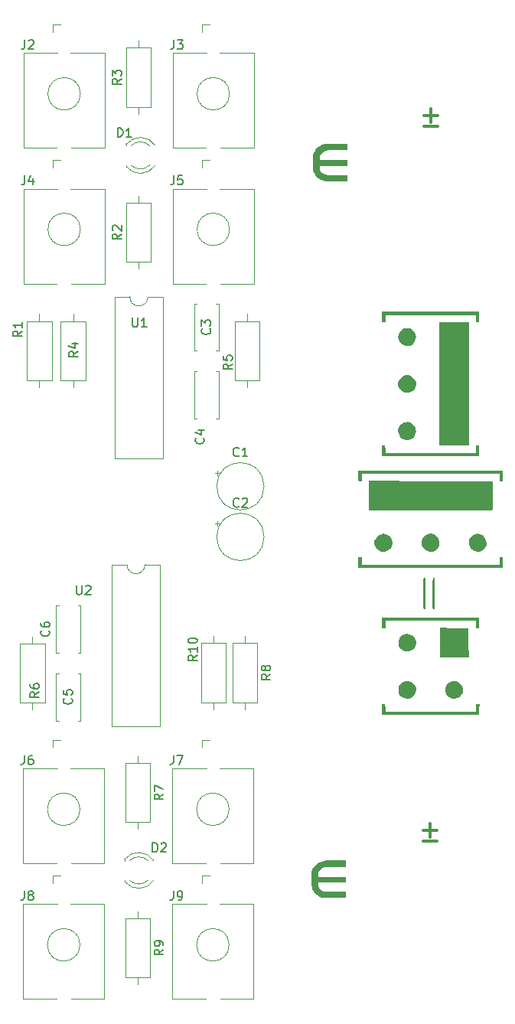
<source format=gbr>
%TF.GenerationSoftware,KiCad,Pcbnew,8.0.7*%
%TF.CreationDate,2025-01-06T00:46:59+00:00*%
%TF.ProjectId,multbuf,6d756c74-6275-4662-9e6b-696361645f70,rev?*%
%TF.SameCoordinates,Original*%
%TF.FileFunction,Legend,Top*%
%TF.FilePolarity,Positive*%
%FSLAX46Y46*%
G04 Gerber Fmt 4.6, Leading zero omitted, Abs format (unit mm)*
G04 Created by KiCad (PCBNEW 8.0.7) date 2025-01-06 00:46:59*
%MOMM*%
%LPD*%
G01*
G04 APERTURE LIST*
%ADD10C,0.100000*%
%ADD11C,0.300000*%
%ADD12C,0.150000*%
%ADD13C,0.000000*%
%ADD14C,0.120000*%
G04 APERTURE END LIST*
D10*
G36*
X83278227Y-141551053D02*
G01*
X83020799Y-141535114D01*
X82778827Y-141487297D01*
X82528096Y-141396780D01*
X82433147Y-141349553D01*
X82215379Y-141209185D01*
X82027665Y-141039956D01*
X81870005Y-140841866D01*
X81842079Y-140798785D01*
X81727447Y-140569116D01*
X81655271Y-140318218D01*
X81626613Y-140074261D01*
X81624703Y-139989120D01*
X81624703Y-138970628D01*
X81641898Y-138721035D01*
X81701336Y-138464103D01*
X81803232Y-138228637D01*
X81842079Y-138162184D01*
X81993729Y-137957678D01*
X82175432Y-137782272D01*
X82387189Y-137635964D01*
X82433147Y-137610195D01*
X82676245Y-137503935D01*
X82938424Y-137437031D01*
X83190700Y-137410466D01*
X83278227Y-137408695D01*
X85423900Y-137408695D01*
X85423900Y-138112114D01*
X83278227Y-138112114D01*
X83032152Y-138143560D01*
X82814166Y-138237899D01*
X82622292Y-138394982D01*
X82494207Y-138572512D01*
X82403684Y-138806799D01*
X82378192Y-139034131D01*
X82378192Y-139206322D01*
X85423900Y-139206322D01*
X85423900Y-139831584D01*
X82378192Y-139831584D01*
X82378192Y-139991563D01*
X82414900Y-140242594D01*
X82494207Y-140420209D01*
X82652546Y-140613323D01*
X82814166Y-140730397D01*
X83046709Y-140821874D01*
X83278227Y-140847634D01*
X85423900Y-140847634D01*
X85423900Y-141551053D01*
X83278227Y-141551053D01*
G37*
G36*
X83438227Y-62261053D02*
G01*
X83180799Y-62245114D01*
X82938827Y-62197297D01*
X82688096Y-62106780D01*
X82593147Y-62059553D01*
X82375379Y-61919185D01*
X82187665Y-61749956D01*
X82030005Y-61551866D01*
X82002079Y-61508785D01*
X81887447Y-61279116D01*
X81815271Y-61028218D01*
X81786613Y-60784261D01*
X81784703Y-60699120D01*
X81784703Y-59680628D01*
X81801898Y-59431035D01*
X81861336Y-59174103D01*
X81963232Y-58938637D01*
X82002079Y-58872184D01*
X82153729Y-58667678D01*
X82335432Y-58492272D01*
X82547189Y-58345964D01*
X82593147Y-58320195D01*
X82836245Y-58213935D01*
X83098424Y-58147031D01*
X83350700Y-58120466D01*
X83438227Y-58118695D01*
X85583900Y-58118695D01*
X85583900Y-58822114D01*
X83438227Y-58822114D01*
X83192152Y-58853560D01*
X82974166Y-58947899D01*
X82782292Y-59104982D01*
X82654207Y-59282512D01*
X82563684Y-59516799D01*
X82538192Y-59744131D01*
X82538192Y-59916322D01*
X85583900Y-59916322D01*
X85583900Y-60541584D01*
X82538192Y-60541584D01*
X82538192Y-60701563D01*
X82574900Y-60952594D01*
X82654207Y-61130209D01*
X82812546Y-61323323D01*
X82974166Y-61440397D01*
X83206709Y-61531874D01*
X83438227Y-61557634D01*
X85583900Y-61557634D01*
X85583900Y-62261053D01*
X83438227Y-62261053D01*
G37*
D11*
X93993558Y-134096780D02*
X95517368Y-134096780D01*
X94755463Y-134858685D02*
X94755463Y-133334876D01*
X95517368Y-135239638D02*
X93993558Y-135239638D01*
X94073558Y-54996780D02*
X95597368Y-54996780D01*
X94835463Y-55758685D02*
X94835463Y-54234876D01*
X95597368Y-56139638D02*
X94073558Y-56139638D01*
D12*
X55059580Y-119466666D02*
X55107200Y-119514285D01*
X55107200Y-119514285D02*
X55154819Y-119657142D01*
X55154819Y-119657142D02*
X55154819Y-119752380D01*
X55154819Y-119752380D02*
X55107200Y-119895237D01*
X55107200Y-119895237D02*
X55011961Y-119990475D01*
X55011961Y-119990475D02*
X54916723Y-120038094D01*
X54916723Y-120038094D02*
X54726247Y-120085713D01*
X54726247Y-120085713D02*
X54583390Y-120085713D01*
X54583390Y-120085713D02*
X54392914Y-120038094D01*
X54392914Y-120038094D02*
X54297676Y-119990475D01*
X54297676Y-119990475D02*
X54202438Y-119895237D01*
X54202438Y-119895237D02*
X54154819Y-119752380D01*
X54154819Y-119752380D02*
X54154819Y-119657142D01*
X54154819Y-119657142D02*
X54202438Y-119514285D01*
X54202438Y-119514285D02*
X54250057Y-119466666D01*
X54154819Y-118561904D02*
X54154819Y-119038094D01*
X54154819Y-119038094D02*
X54631009Y-119085713D01*
X54631009Y-119085713D02*
X54583390Y-119038094D01*
X54583390Y-119038094D02*
X54535771Y-118942856D01*
X54535771Y-118942856D02*
X54535771Y-118704761D01*
X54535771Y-118704761D02*
X54583390Y-118609523D01*
X54583390Y-118609523D02*
X54631009Y-118561904D01*
X54631009Y-118561904D02*
X54726247Y-118514285D01*
X54726247Y-118514285D02*
X54964342Y-118514285D01*
X54964342Y-118514285D02*
X55059580Y-118561904D01*
X55059580Y-118561904D02*
X55107200Y-118609523D01*
X55107200Y-118609523D02*
X55154819Y-118704761D01*
X55154819Y-118704761D02*
X55154819Y-118942856D01*
X55154819Y-118942856D02*
X55107200Y-119038094D01*
X55107200Y-119038094D02*
X55059580Y-119085713D01*
X61808095Y-77369819D02*
X61808095Y-78179342D01*
X61808095Y-78179342D02*
X61855714Y-78274580D01*
X61855714Y-78274580D02*
X61903333Y-78322200D01*
X61903333Y-78322200D02*
X61998571Y-78369819D01*
X61998571Y-78369819D02*
X62189047Y-78369819D01*
X62189047Y-78369819D02*
X62284285Y-78322200D01*
X62284285Y-78322200D02*
X62331904Y-78274580D01*
X62331904Y-78274580D02*
X62379523Y-78179342D01*
X62379523Y-78179342D02*
X62379523Y-77369819D01*
X63379523Y-78369819D02*
X62808095Y-78369819D01*
X63093809Y-78369819D02*
X63093809Y-77369819D01*
X63093809Y-77369819D02*
X62998571Y-77512676D01*
X62998571Y-77512676D02*
X62903333Y-77607914D01*
X62903333Y-77607914D02*
X62808095Y-77655533D01*
X49836666Y-125784819D02*
X49836666Y-126499104D01*
X49836666Y-126499104D02*
X49789047Y-126641961D01*
X49789047Y-126641961D02*
X49693809Y-126737200D01*
X49693809Y-126737200D02*
X49550952Y-126784819D01*
X49550952Y-126784819D02*
X49455714Y-126784819D01*
X50741428Y-125784819D02*
X50550952Y-125784819D01*
X50550952Y-125784819D02*
X50455714Y-125832438D01*
X50455714Y-125832438D02*
X50408095Y-125880057D01*
X50408095Y-125880057D02*
X50312857Y-126022914D01*
X50312857Y-126022914D02*
X50265238Y-126213390D01*
X50265238Y-126213390D02*
X50265238Y-126594342D01*
X50265238Y-126594342D02*
X50312857Y-126689580D01*
X50312857Y-126689580D02*
X50360476Y-126737200D01*
X50360476Y-126737200D02*
X50455714Y-126784819D01*
X50455714Y-126784819D02*
X50646190Y-126784819D01*
X50646190Y-126784819D02*
X50741428Y-126737200D01*
X50741428Y-126737200D02*
X50789047Y-126689580D01*
X50789047Y-126689580D02*
X50836666Y-126594342D01*
X50836666Y-126594342D02*
X50836666Y-126356247D01*
X50836666Y-126356247D02*
X50789047Y-126261009D01*
X50789047Y-126261009D02*
X50741428Y-126213390D01*
X50741428Y-126213390D02*
X50646190Y-126165771D01*
X50646190Y-126165771D02*
X50455714Y-126165771D01*
X50455714Y-126165771D02*
X50360476Y-126213390D01*
X50360476Y-126213390D02*
X50312857Y-126261009D01*
X50312857Y-126261009D02*
X50265238Y-126356247D01*
X51454819Y-118766666D02*
X50978628Y-119099999D01*
X51454819Y-119338094D02*
X50454819Y-119338094D01*
X50454819Y-119338094D02*
X50454819Y-118957142D01*
X50454819Y-118957142D02*
X50502438Y-118861904D01*
X50502438Y-118861904D02*
X50550057Y-118814285D01*
X50550057Y-118814285D02*
X50645295Y-118766666D01*
X50645295Y-118766666D02*
X50788152Y-118766666D01*
X50788152Y-118766666D02*
X50883390Y-118814285D01*
X50883390Y-118814285D02*
X50931009Y-118861904D01*
X50931009Y-118861904D02*
X50978628Y-118957142D01*
X50978628Y-118957142D02*
X50978628Y-119338094D01*
X50454819Y-117909523D02*
X50454819Y-118099999D01*
X50454819Y-118099999D02*
X50502438Y-118195237D01*
X50502438Y-118195237D02*
X50550057Y-118242856D01*
X50550057Y-118242856D02*
X50692914Y-118338094D01*
X50692914Y-118338094D02*
X50883390Y-118385713D01*
X50883390Y-118385713D02*
X51264342Y-118385713D01*
X51264342Y-118385713D02*
X51359580Y-118338094D01*
X51359580Y-118338094D02*
X51407200Y-118290475D01*
X51407200Y-118290475D02*
X51454819Y-118195237D01*
X51454819Y-118195237D02*
X51454819Y-118004761D01*
X51454819Y-118004761D02*
X51407200Y-117909523D01*
X51407200Y-117909523D02*
X51359580Y-117861904D01*
X51359580Y-117861904D02*
X51264342Y-117814285D01*
X51264342Y-117814285D02*
X51026247Y-117814285D01*
X51026247Y-117814285D02*
X50931009Y-117861904D01*
X50931009Y-117861904D02*
X50883390Y-117909523D01*
X50883390Y-117909523D02*
X50835771Y-118004761D01*
X50835771Y-118004761D02*
X50835771Y-118195237D01*
X50835771Y-118195237D02*
X50883390Y-118290475D01*
X50883390Y-118290475D02*
X50931009Y-118338094D01*
X50931009Y-118338094D02*
X51026247Y-118385713D01*
X66336666Y-140784819D02*
X66336666Y-141499104D01*
X66336666Y-141499104D02*
X66289047Y-141641961D01*
X66289047Y-141641961D02*
X66193809Y-141737200D01*
X66193809Y-141737200D02*
X66050952Y-141784819D01*
X66050952Y-141784819D02*
X65955714Y-141784819D01*
X66860476Y-141784819D02*
X67050952Y-141784819D01*
X67050952Y-141784819D02*
X67146190Y-141737200D01*
X67146190Y-141737200D02*
X67193809Y-141689580D01*
X67193809Y-141689580D02*
X67289047Y-141546723D01*
X67289047Y-141546723D02*
X67336666Y-141356247D01*
X67336666Y-141356247D02*
X67336666Y-140975295D01*
X67336666Y-140975295D02*
X67289047Y-140880057D01*
X67289047Y-140880057D02*
X67241428Y-140832438D01*
X67241428Y-140832438D02*
X67146190Y-140784819D01*
X67146190Y-140784819D02*
X66955714Y-140784819D01*
X66955714Y-140784819D02*
X66860476Y-140832438D01*
X66860476Y-140832438D02*
X66812857Y-140880057D01*
X66812857Y-140880057D02*
X66765238Y-140975295D01*
X66765238Y-140975295D02*
X66765238Y-141213390D01*
X66765238Y-141213390D02*
X66812857Y-141308628D01*
X66812857Y-141308628D02*
X66860476Y-141356247D01*
X66860476Y-141356247D02*
X66955714Y-141403866D01*
X66955714Y-141403866D02*
X67146190Y-141403866D01*
X67146190Y-141403866D02*
X67241428Y-141356247D01*
X67241428Y-141356247D02*
X67289047Y-141308628D01*
X67289047Y-141308628D02*
X67336666Y-141213390D01*
X66336666Y-125784819D02*
X66336666Y-126499104D01*
X66336666Y-126499104D02*
X66289047Y-126641961D01*
X66289047Y-126641961D02*
X66193809Y-126737200D01*
X66193809Y-126737200D02*
X66050952Y-126784819D01*
X66050952Y-126784819D02*
X65955714Y-126784819D01*
X66717619Y-125784819D02*
X67384285Y-125784819D01*
X67384285Y-125784819D02*
X66955714Y-126784819D01*
X49836666Y-140784819D02*
X49836666Y-141499104D01*
X49836666Y-141499104D02*
X49789047Y-141641961D01*
X49789047Y-141641961D02*
X49693809Y-141737200D01*
X49693809Y-141737200D02*
X49550952Y-141784819D01*
X49550952Y-141784819D02*
X49455714Y-141784819D01*
X50455714Y-141213390D02*
X50360476Y-141165771D01*
X50360476Y-141165771D02*
X50312857Y-141118152D01*
X50312857Y-141118152D02*
X50265238Y-141022914D01*
X50265238Y-141022914D02*
X50265238Y-140975295D01*
X50265238Y-140975295D02*
X50312857Y-140880057D01*
X50312857Y-140880057D02*
X50360476Y-140832438D01*
X50360476Y-140832438D02*
X50455714Y-140784819D01*
X50455714Y-140784819D02*
X50646190Y-140784819D01*
X50646190Y-140784819D02*
X50741428Y-140832438D01*
X50741428Y-140832438D02*
X50789047Y-140880057D01*
X50789047Y-140880057D02*
X50836666Y-140975295D01*
X50836666Y-140975295D02*
X50836666Y-141022914D01*
X50836666Y-141022914D02*
X50789047Y-141118152D01*
X50789047Y-141118152D02*
X50741428Y-141165771D01*
X50741428Y-141165771D02*
X50646190Y-141213390D01*
X50646190Y-141213390D02*
X50455714Y-141213390D01*
X50455714Y-141213390D02*
X50360476Y-141261009D01*
X50360476Y-141261009D02*
X50312857Y-141308628D01*
X50312857Y-141308628D02*
X50265238Y-141403866D01*
X50265238Y-141403866D02*
X50265238Y-141594342D01*
X50265238Y-141594342D02*
X50312857Y-141689580D01*
X50312857Y-141689580D02*
X50360476Y-141737200D01*
X50360476Y-141737200D02*
X50455714Y-141784819D01*
X50455714Y-141784819D02*
X50646190Y-141784819D01*
X50646190Y-141784819D02*
X50741428Y-141737200D01*
X50741428Y-141737200D02*
X50789047Y-141689580D01*
X50789047Y-141689580D02*
X50836666Y-141594342D01*
X50836666Y-141594342D02*
X50836666Y-141403866D01*
X50836666Y-141403866D02*
X50789047Y-141308628D01*
X50789047Y-141308628D02*
X50741428Y-141261009D01*
X50741428Y-141261009D02*
X50646190Y-141213390D01*
X73583333Y-92609580D02*
X73535714Y-92657200D01*
X73535714Y-92657200D02*
X73392857Y-92704819D01*
X73392857Y-92704819D02*
X73297619Y-92704819D01*
X73297619Y-92704819D02*
X73154762Y-92657200D01*
X73154762Y-92657200D02*
X73059524Y-92561961D01*
X73059524Y-92561961D02*
X73011905Y-92466723D01*
X73011905Y-92466723D02*
X72964286Y-92276247D01*
X72964286Y-92276247D02*
X72964286Y-92133390D01*
X72964286Y-92133390D02*
X73011905Y-91942914D01*
X73011905Y-91942914D02*
X73059524Y-91847676D01*
X73059524Y-91847676D02*
X73154762Y-91752438D01*
X73154762Y-91752438D02*
X73297619Y-91704819D01*
X73297619Y-91704819D02*
X73392857Y-91704819D01*
X73392857Y-91704819D02*
X73535714Y-91752438D01*
X73535714Y-91752438D02*
X73583333Y-91800057D01*
X74535714Y-92704819D02*
X73964286Y-92704819D01*
X74250000Y-92704819D02*
X74250000Y-91704819D01*
X74250000Y-91704819D02*
X74154762Y-91847676D01*
X74154762Y-91847676D02*
X74059524Y-91942914D01*
X74059524Y-91942914D02*
X73964286Y-91990533D01*
X64031905Y-136454819D02*
X64031905Y-135454819D01*
X64031905Y-135454819D02*
X64270000Y-135454819D01*
X64270000Y-135454819D02*
X64412857Y-135502438D01*
X64412857Y-135502438D02*
X64508095Y-135597676D01*
X64508095Y-135597676D02*
X64555714Y-135692914D01*
X64555714Y-135692914D02*
X64603333Y-135883390D01*
X64603333Y-135883390D02*
X64603333Y-136026247D01*
X64603333Y-136026247D02*
X64555714Y-136216723D01*
X64555714Y-136216723D02*
X64508095Y-136311961D01*
X64508095Y-136311961D02*
X64412857Y-136407200D01*
X64412857Y-136407200D02*
X64270000Y-136454819D01*
X64270000Y-136454819D02*
X64031905Y-136454819D01*
X64984286Y-135550057D02*
X65031905Y-135502438D01*
X65031905Y-135502438D02*
X65127143Y-135454819D01*
X65127143Y-135454819D02*
X65365238Y-135454819D01*
X65365238Y-135454819D02*
X65460476Y-135502438D01*
X65460476Y-135502438D02*
X65508095Y-135550057D01*
X65508095Y-135550057D02*
X65555714Y-135645295D01*
X65555714Y-135645295D02*
X65555714Y-135740533D01*
X65555714Y-135740533D02*
X65508095Y-135883390D01*
X65508095Y-135883390D02*
X64936667Y-136454819D01*
X64936667Y-136454819D02*
X65555714Y-136454819D01*
X66386666Y-46634819D02*
X66386666Y-47349104D01*
X66386666Y-47349104D02*
X66339047Y-47491961D01*
X66339047Y-47491961D02*
X66243809Y-47587200D01*
X66243809Y-47587200D02*
X66100952Y-47634819D01*
X66100952Y-47634819D02*
X66005714Y-47634819D01*
X66767619Y-46634819D02*
X67386666Y-46634819D01*
X67386666Y-46634819D02*
X67053333Y-47015771D01*
X67053333Y-47015771D02*
X67196190Y-47015771D01*
X67196190Y-47015771D02*
X67291428Y-47063390D01*
X67291428Y-47063390D02*
X67339047Y-47111009D01*
X67339047Y-47111009D02*
X67386666Y-47206247D01*
X67386666Y-47206247D02*
X67386666Y-47444342D01*
X67386666Y-47444342D02*
X67339047Y-47539580D01*
X67339047Y-47539580D02*
X67291428Y-47587200D01*
X67291428Y-47587200D02*
X67196190Y-47634819D01*
X67196190Y-47634819D02*
X66910476Y-47634819D01*
X66910476Y-47634819D02*
X66815238Y-47587200D01*
X66815238Y-47587200D02*
X66767619Y-47539580D01*
X69659580Y-90666666D02*
X69707200Y-90714285D01*
X69707200Y-90714285D02*
X69754819Y-90857142D01*
X69754819Y-90857142D02*
X69754819Y-90952380D01*
X69754819Y-90952380D02*
X69707200Y-91095237D01*
X69707200Y-91095237D02*
X69611961Y-91190475D01*
X69611961Y-91190475D02*
X69516723Y-91238094D01*
X69516723Y-91238094D02*
X69326247Y-91285713D01*
X69326247Y-91285713D02*
X69183390Y-91285713D01*
X69183390Y-91285713D02*
X68992914Y-91238094D01*
X68992914Y-91238094D02*
X68897676Y-91190475D01*
X68897676Y-91190475D02*
X68802438Y-91095237D01*
X68802438Y-91095237D02*
X68754819Y-90952380D01*
X68754819Y-90952380D02*
X68754819Y-90857142D01*
X68754819Y-90857142D02*
X68802438Y-90714285D01*
X68802438Y-90714285D02*
X68850057Y-90666666D01*
X69088152Y-89809523D02*
X69754819Y-89809523D01*
X68707200Y-90047618D02*
X69421485Y-90285713D01*
X69421485Y-90285713D02*
X69421485Y-89666666D01*
X68954819Y-114682857D02*
X68478628Y-115016190D01*
X68954819Y-115254285D02*
X67954819Y-115254285D01*
X67954819Y-115254285D02*
X67954819Y-114873333D01*
X67954819Y-114873333D02*
X68002438Y-114778095D01*
X68002438Y-114778095D02*
X68050057Y-114730476D01*
X68050057Y-114730476D02*
X68145295Y-114682857D01*
X68145295Y-114682857D02*
X68288152Y-114682857D01*
X68288152Y-114682857D02*
X68383390Y-114730476D01*
X68383390Y-114730476D02*
X68431009Y-114778095D01*
X68431009Y-114778095D02*
X68478628Y-114873333D01*
X68478628Y-114873333D02*
X68478628Y-115254285D01*
X68954819Y-113730476D02*
X68954819Y-114301904D01*
X68954819Y-114016190D02*
X67954819Y-114016190D01*
X67954819Y-114016190D02*
X68097676Y-114111428D01*
X68097676Y-114111428D02*
X68192914Y-114206666D01*
X68192914Y-114206666D02*
X68240533Y-114301904D01*
X67954819Y-113111428D02*
X67954819Y-113016190D01*
X67954819Y-113016190D02*
X68002438Y-112920952D01*
X68002438Y-112920952D02*
X68050057Y-112873333D01*
X68050057Y-112873333D02*
X68145295Y-112825714D01*
X68145295Y-112825714D02*
X68335771Y-112778095D01*
X68335771Y-112778095D02*
X68573866Y-112778095D01*
X68573866Y-112778095D02*
X68764342Y-112825714D01*
X68764342Y-112825714D02*
X68859580Y-112873333D01*
X68859580Y-112873333D02*
X68907200Y-112920952D01*
X68907200Y-112920952D02*
X68954819Y-113016190D01*
X68954819Y-113016190D02*
X68954819Y-113111428D01*
X68954819Y-113111428D02*
X68907200Y-113206666D01*
X68907200Y-113206666D02*
X68859580Y-113254285D01*
X68859580Y-113254285D02*
X68764342Y-113301904D01*
X68764342Y-113301904D02*
X68573866Y-113349523D01*
X68573866Y-113349523D02*
X68335771Y-113349523D01*
X68335771Y-113349523D02*
X68145295Y-113301904D01*
X68145295Y-113301904D02*
X68050057Y-113254285D01*
X68050057Y-113254285D02*
X68002438Y-113206666D01*
X68002438Y-113206666D02*
X67954819Y-113111428D01*
X66386666Y-61634819D02*
X66386666Y-62349104D01*
X66386666Y-62349104D02*
X66339047Y-62491961D01*
X66339047Y-62491961D02*
X66243809Y-62587200D01*
X66243809Y-62587200D02*
X66100952Y-62634819D01*
X66100952Y-62634819D02*
X66005714Y-62634819D01*
X67339047Y-61634819D02*
X66862857Y-61634819D01*
X66862857Y-61634819D02*
X66815238Y-62111009D01*
X66815238Y-62111009D02*
X66862857Y-62063390D01*
X66862857Y-62063390D02*
X66958095Y-62015771D01*
X66958095Y-62015771D02*
X67196190Y-62015771D01*
X67196190Y-62015771D02*
X67291428Y-62063390D01*
X67291428Y-62063390D02*
X67339047Y-62111009D01*
X67339047Y-62111009D02*
X67386666Y-62206247D01*
X67386666Y-62206247D02*
X67386666Y-62444342D01*
X67386666Y-62444342D02*
X67339047Y-62539580D01*
X67339047Y-62539580D02*
X67291428Y-62587200D01*
X67291428Y-62587200D02*
X67196190Y-62634819D01*
X67196190Y-62634819D02*
X66958095Y-62634819D01*
X66958095Y-62634819D02*
X66862857Y-62587200D01*
X66862857Y-62587200D02*
X66815238Y-62539580D01*
X60584819Y-50916666D02*
X60108628Y-51249999D01*
X60584819Y-51488094D02*
X59584819Y-51488094D01*
X59584819Y-51488094D02*
X59584819Y-51107142D01*
X59584819Y-51107142D02*
X59632438Y-51011904D01*
X59632438Y-51011904D02*
X59680057Y-50964285D01*
X59680057Y-50964285D02*
X59775295Y-50916666D01*
X59775295Y-50916666D02*
X59918152Y-50916666D01*
X59918152Y-50916666D02*
X60013390Y-50964285D01*
X60013390Y-50964285D02*
X60061009Y-51011904D01*
X60061009Y-51011904D02*
X60108628Y-51107142D01*
X60108628Y-51107142D02*
X60108628Y-51488094D01*
X59584819Y-50583332D02*
X59584819Y-49964285D01*
X59584819Y-49964285D02*
X59965771Y-50297618D01*
X59965771Y-50297618D02*
X59965771Y-50154761D01*
X59965771Y-50154761D02*
X60013390Y-50059523D01*
X60013390Y-50059523D02*
X60061009Y-50011904D01*
X60061009Y-50011904D02*
X60156247Y-49964285D01*
X60156247Y-49964285D02*
X60394342Y-49964285D01*
X60394342Y-49964285D02*
X60489580Y-50011904D01*
X60489580Y-50011904D02*
X60537200Y-50059523D01*
X60537200Y-50059523D02*
X60584819Y-50154761D01*
X60584819Y-50154761D02*
X60584819Y-50440475D01*
X60584819Y-50440475D02*
X60537200Y-50535713D01*
X60537200Y-50535713D02*
X60489580Y-50583332D01*
X65224819Y-147246666D02*
X64748628Y-147579999D01*
X65224819Y-147818094D02*
X64224819Y-147818094D01*
X64224819Y-147818094D02*
X64224819Y-147437142D01*
X64224819Y-147437142D02*
X64272438Y-147341904D01*
X64272438Y-147341904D02*
X64320057Y-147294285D01*
X64320057Y-147294285D02*
X64415295Y-147246666D01*
X64415295Y-147246666D02*
X64558152Y-147246666D01*
X64558152Y-147246666D02*
X64653390Y-147294285D01*
X64653390Y-147294285D02*
X64701009Y-147341904D01*
X64701009Y-147341904D02*
X64748628Y-147437142D01*
X64748628Y-147437142D02*
X64748628Y-147818094D01*
X65224819Y-146770475D02*
X65224819Y-146579999D01*
X65224819Y-146579999D02*
X65177200Y-146484761D01*
X65177200Y-146484761D02*
X65129580Y-146437142D01*
X65129580Y-146437142D02*
X64986723Y-146341904D01*
X64986723Y-146341904D02*
X64796247Y-146294285D01*
X64796247Y-146294285D02*
X64415295Y-146294285D01*
X64415295Y-146294285D02*
X64320057Y-146341904D01*
X64320057Y-146341904D02*
X64272438Y-146389523D01*
X64272438Y-146389523D02*
X64224819Y-146484761D01*
X64224819Y-146484761D02*
X64224819Y-146675237D01*
X64224819Y-146675237D02*
X64272438Y-146770475D01*
X64272438Y-146770475D02*
X64320057Y-146818094D01*
X64320057Y-146818094D02*
X64415295Y-146865713D01*
X64415295Y-146865713D02*
X64653390Y-146865713D01*
X64653390Y-146865713D02*
X64748628Y-146818094D01*
X64748628Y-146818094D02*
X64796247Y-146770475D01*
X64796247Y-146770475D02*
X64843866Y-146675237D01*
X64843866Y-146675237D02*
X64843866Y-146484761D01*
X64843866Y-146484761D02*
X64796247Y-146389523D01*
X64796247Y-146389523D02*
X64748628Y-146341904D01*
X64748628Y-146341904D02*
X64653390Y-146294285D01*
X52559580Y-111966666D02*
X52607200Y-112014285D01*
X52607200Y-112014285D02*
X52654819Y-112157142D01*
X52654819Y-112157142D02*
X52654819Y-112252380D01*
X52654819Y-112252380D02*
X52607200Y-112395237D01*
X52607200Y-112395237D02*
X52511961Y-112490475D01*
X52511961Y-112490475D02*
X52416723Y-112538094D01*
X52416723Y-112538094D02*
X52226247Y-112585713D01*
X52226247Y-112585713D02*
X52083390Y-112585713D01*
X52083390Y-112585713D02*
X51892914Y-112538094D01*
X51892914Y-112538094D02*
X51797676Y-112490475D01*
X51797676Y-112490475D02*
X51702438Y-112395237D01*
X51702438Y-112395237D02*
X51654819Y-112252380D01*
X51654819Y-112252380D02*
X51654819Y-112157142D01*
X51654819Y-112157142D02*
X51702438Y-112014285D01*
X51702438Y-112014285D02*
X51750057Y-111966666D01*
X51654819Y-111109523D02*
X51654819Y-111299999D01*
X51654819Y-111299999D02*
X51702438Y-111395237D01*
X51702438Y-111395237D02*
X51750057Y-111442856D01*
X51750057Y-111442856D02*
X51892914Y-111538094D01*
X51892914Y-111538094D02*
X52083390Y-111585713D01*
X52083390Y-111585713D02*
X52464342Y-111585713D01*
X52464342Y-111585713D02*
X52559580Y-111538094D01*
X52559580Y-111538094D02*
X52607200Y-111490475D01*
X52607200Y-111490475D02*
X52654819Y-111395237D01*
X52654819Y-111395237D02*
X52654819Y-111204761D01*
X52654819Y-111204761D02*
X52607200Y-111109523D01*
X52607200Y-111109523D02*
X52559580Y-111061904D01*
X52559580Y-111061904D02*
X52464342Y-111014285D01*
X52464342Y-111014285D02*
X52226247Y-111014285D01*
X52226247Y-111014285D02*
X52131009Y-111061904D01*
X52131009Y-111061904D02*
X52083390Y-111109523D01*
X52083390Y-111109523D02*
X52035771Y-111204761D01*
X52035771Y-111204761D02*
X52035771Y-111395237D01*
X52035771Y-111395237D02*
X52083390Y-111490475D01*
X52083390Y-111490475D02*
X52131009Y-111538094D01*
X52131009Y-111538094D02*
X52226247Y-111585713D01*
X77074819Y-116786666D02*
X76598628Y-117119999D01*
X77074819Y-117358094D02*
X76074819Y-117358094D01*
X76074819Y-117358094D02*
X76074819Y-116977142D01*
X76074819Y-116977142D02*
X76122438Y-116881904D01*
X76122438Y-116881904D02*
X76170057Y-116834285D01*
X76170057Y-116834285D02*
X76265295Y-116786666D01*
X76265295Y-116786666D02*
X76408152Y-116786666D01*
X76408152Y-116786666D02*
X76503390Y-116834285D01*
X76503390Y-116834285D02*
X76551009Y-116881904D01*
X76551009Y-116881904D02*
X76598628Y-116977142D01*
X76598628Y-116977142D02*
X76598628Y-117358094D01*
X76503390Y-116215237D02*
X76455771Y-116310475D01*
X76455771Y-116310475D02*
X76408152Y-116358094D01*
X76408152Y-116358094D02*
X76312914Y-116405713D01*
X76312914Y-116405713D02*
X76265295Y-116405713D01*
X76265295Y-116405713D02*
X76170057Y-116358094D01*
X76170057Y-116358094D02*
X76122438Y-116310475D01*
X76122438Y-116310475D02*
X76074819Y-116215237D01*
X76074819Y-116215237D02*
X76074819Y-116024761D01*
X76074819Y-116024761D02*
X76122438Y-115929523D01*
X76122438Y-115929523D02*
X76170057Y-115881904D01*
X76170057Y-115881904D02*
X76265295Y-115834285D01*
X76265295Y-115834285D02*
X76312914Y-115834285D01*
X76312914Y-115834285D02*
X76408152Y-115881904D01*
X76408152Y-115881904D02*
X76455771Y-115929523D01*
X76455771Y-115929523D02*
X76503390Y-116024761D01*
X76503390Y-116024761D02*
X76503390Y-116215237D01*
X76503390Y-116215237D02*
X76551009Y-116310475D01*
X76551009Y-116310475D02*
X76598628Y-116358094D01*
X76598628Y-116358094D02*
X76693866Y-116405713D01*
X76693866Y-116405713D02*
X76884342Y-116405713D01*
X76884342Y-116405713D02*
X76979580Y-116358094D01*
X76979580Y-116358094D02*
X77027200Y-116310475D01*
X77027200Y-116310475D02*
X77074819Y-116215237D01*
X77074819Y-116215237D02*
X77074819Y-116024761D01*
X77074819Y-116024761D02*
X77027200Y-115929523D01*
X77027200Y-115929523D02*
X76979580Y-115881904D01*
X76979580Y-115881904D02*
X76884342Y-115834285D01*
X76884342Y-115834285D02*
X76693866Y-115834285D01*
X76693866Y-115834285D02*
X76598628Y-115881904D01*
X76598628Y-115881904D02*
X76551009Y-115929523D01*
X76551009Y-115929523D02*
X76503390Y-116024761D01*
X70359580Y-78566666D02*
X70407200Y-78614285D01*
X70407200Y-78614285D02*
X70454819Y-78757142D01*
X70454819Y-78757142D02*
X70454819Y-78852380D01*
X70454819Y-78852380D02*
X70407200Y-78995237D01*
X70407200Y-78995237D02*
X70311961Y-79090475D01*
X70311961Y-79090475D02*
X70216723Y-79138094D01*
X70216723Y-79138094D02*
X70026247Y-79185713D01*
X70026247Y-79185713D02*
X69883390Y-79185713D01*
X69883390Y-79185713D02*
X69692914Y-79138094D01*
X69692914Y-79138094D02*
X69597676Y-79090475D01*
X69597676Y-79090475D02*
X69502438Y-78995237D01*
X69502438Y-78995237D02*
X69454819Y-78852380D01*
X69454819Y-78852380D02*
X69454819Y-78757142D01*
X69454819Y-78757142D02*
X69502438Y-78614285D01*
X69502438Y-78614285D02*
X69550057Y-78566666D01*
X69454819Y-78233332D02*
X69454819Y-77614285D01*
X69454819Y-77614285D02*
X69835771Y-77947618D01*
X69835771Y-77947618D02*
X69835771Y-77804761D01*
X69835771Y-77804761D02*
X69883390Y-77709523D01*
X69883390Y-77709523D02*
X69931009Y-77661904D01*
X69931009Y-77661904D02*
X70026247Y-77614285D01*
X70026247Y-77614285D02*
X70264342Y-77614285D01*
X70264342Y-77614285D02*
X70359580Y-77661904D01*
X70359580Y-77661904D02*
X70407200Y-77709523D01*
X70407200Y-77709523D02*
X70454819Y-77804761D01*
X70454819Y-77804761D02*
X70454819Y-78090475D01*
X70454819Y-78090475D02*
X70407200Y-78185713D01*
X70407200Y-78185713D02*
X70359580Y-78233332D01*
X49584819Y-78836666D02*
X49108628Y-79169999D01*
X49584819Y-79408094D02*
X48584819Y-79408094D01*
X48584819Y-79408094D02*
X48584819Y-79027142D01*
X48584819Y-79027142D02*
X48632438Y-78931904D01*
X48632438Y-78931904D02*
X48680057Y-78884285D01*
X48680057Y-78884285D02*
X48775295Y-78836666D01*
X48775295Y-78836666D02*
X48918152Y-78836666D01*
X48918152Y-78836666D02*
X49013390Y-78884285D01*
X49013390Y-78884285D02*
X49061009Y-78931904D01*
X49061009Y-78931904D02*
X49108628Y-79027142D01*
X49108628Y-79027142D02*
X49108628Y-79408094D01*
X49584819Y-77884285D02*
X49584819Y-78455713D01*
X49584819Y-78169999D02*
X48584819Y-78169999D01*
X48584819Y-78169999D02*
X48727676Y-78265237D01*
X48727676Y-78265237D02*
X48822914Y-78360475D01*
X48822914Y-78360475D02*
X48870533Y-78455713D01*
X65224819Y-130066666D02*
X64748628Y-130399999D01*
X65224819Y-130638094D02*
X64224819Y-130638094D01*
X64224819Y-130638094D02*
X64224819Y-130257142D01*
X64224819Y-130257142D02*
X64272438Y-130161904D01*
X64272438Y-130161904D02*
X64320057Y-130114285D01*
X64320057Y-130114285D02*
X64415295Y-130066666D01*
X64415295Y-130066666D02*
X64558152Y-130066666D01*
X64558152Y-130066666D02*
X64653390Y-130114285D01*
X64653390Y-130114285D02*
X64701009Y-130161904D01*
X64701009Y-130161904D02*
X64748628Y-130257142D01*
X64748628Y-130257142D02*
X64748628Y-130638094D01*
X64224819Y-129733332D02*
X64224819Y-129066666D01*
X64224819Y-129066666D02*
X65224819Y-129495237D01*
X49886666Y-46634819D02*
X49886666Y-47349104D01*
X49886666Y-47349104D02*
X49839047Y-47491961D01*
X49839047Y-47491961D02*
X49743809Y-47587200D01*
X49743809Y-47587200D02*
X49600952Y-47634819D01*
X49600952Y-47634819D02*
X49505714Y-47634819D01*
X50315238Y-46730057D02*
X50362857Y-46682438D01*
X50362857Y-46682438D02*
X50458095Y-46634819D01*
X50458095Y-46634819D02*
X50696190Y-46634819D01*
X50696190Y-46634819D02*
X50791428Y-46682438D01*
X50791428Y-46682438D02*
X50839047Y-46730057D01*
X50839047Y-46730057D02*
X50886666Y-46825295D01*
X50886666Y-46825295D02*
X50886666Y-46920533D01*
X50886666Y-46920533D02*
X50839047Y-47063390D01*
X50839047Y-47063390D02*
X50267619Y-47634819D01*
X50267619Y-47634819D02*
X50886666Y-47634819D01*
X55618095Y-106994819D02*
X55618095Y-107804342D01*
X55618095Y-107804342D02*
X55665714Y-107899580D01*
X55665714Y-107899580D02*
X55713333Y-107947200D01*
X55713333Y-107947200D02*
X55808571Y-107994819D01*
X55808571Y-107994819D02*
X55999047Y-107994819D01*
X55999047Y-107994819D02*
X56094285Y-107947200D01*
X56094285Y-107947200D02*
X56141904Y-107899580D01*
X56141904Y-107899580D02*
X56189523Y-107804342D01*
X56189523Y-107804342D02*
X56189523Y-106994819D01*
X56618095Y-107090057D02*
X56665714Y-107042438D01*
X56665714Y-107042438D02*
X56760952Y-106994819D01*
X56760952Y-106994819D02*
X56999047Y-106994819D01*
X56999047Y-106994819D02*
X57094285Y-107042438D01*
X57094285Y-107042438D02*
X57141904Y-107090057D01*
X57141904Y-107090057D02*
X57189523Y-107185295D01*
X57189523Y-107185295D02*
X57189523Y-107280533D01*
X57189523Y-107280533D02*
X57141904Y-107423390D01*
X57141904Y-107423390D02*
X56570476Y-107994819D01*
X56570476Y-107994819D02*
X57189523Y-107994819D01*
X49886666Y-61634819D02*
X49886666Y-62349104D01*
X49886666Y-62349104D02*
X49839047Y-62491961D01*
X49839047Y-62491961D02*
X49743809Y-62587200D01*
X49743809Y-62587200D02*
X49600952Y-62634819D01*
X49600952Y-62634819D02*
X49505714Y-62634819D01*
X50791428Y-61968152D02*
X50791428Y-62634819D01*
X50553333Y-61587200D02*
X50315238Y-62301485D01*
X50315238Y-62301485D02*
X50934285Y-62301485D01*
X60584819Y-68086666D02*
X60108628Y-68419999D01*
X60584819Y-68658094D02*
X59584819Y-68658094D01*
X59584819Y-68658094D02*
X59584819Y-68277142D01*
X59584819Y-68277142D02*
X59632438Y-68181904D01*
X59632438Y-68181904D02*
X59680057Y-68134285D01*
X59680057Y-68134285D02*
X59775295Y-68086666D01*
X59775295Y-68086666D02*
X59918152Y-68086666D01*
X59918152Y-68086666D02*
X60013390Y-68134285D01*
X60013390Y-68134285D02*
X60061009Y-68181904D01*
X60061009Y-68181904D02*
X60108628Y-68277142D01*
X60108628Y-68277142D02*
X60108628Y-68658094D01*
X59680057Y-67705713D02*
X59632438Y-67658094D01*
X59632438Y-67658094D02*
X59584819Y-67562856D01*
X59584819Y-67562856D02*
X59584819Y-67324761D01*
X59584819Y-67324761D02*
X59632438Y-67229523D01*
X59632438Y-67229523D02*
X59680057Y-67181904D01*
X59680057Y-67181904D02*
X59775295Y-67134285D01*
X59775295Y-67134285D02*
X59870533Y-67134285D01*
X59870533Y-67134285D02*
X60013390Y-67181904D01*
X60013390Y-67181904D02*
X60584819Y-67753332D01*
X60584819Y-67753332D02*
X60584819Y-67134285D01*
X55754819Y-81066666D02*
X55278628Y-81399999D01*
X55754819Y-81638094D02*
X54754819Y-81638094D01*
X54754819Y-81638094D02*
X54754819Y-81257142D01*
X54754819Y-81257142D02*
X54802438Y-81161904D01*
X54802438Y-81161904D02*
X54850057Y-81114285D01*
X54850057Y-81114285D02*
X54945295Y-81066666D01*
X54945295Y-81066666D02*
X55088152Y-81066666D01*
X55088152Y-81066666D02*
X55183390Y-81114285D01*
X55183390Y-81114285D02*
X55231009Y-81161904D01*
X55231009Y-81161904D02*
X55278628Y-81257142D01*
X55278628Y-81257142D02*
X55278628Y-81638094D01*
X55088152Y-80209523D02*
X55754819Y-80209523D01*
X54707200Y-80447618D02*
X55421485Y-80685713D01*
X55421485Y-80685713D02*
X55421485Y-80066666D01*
X72854819Y-82466666D02*
X72378628Y-82799999D01*
X72854819Y-83038094D02*
X71854819Y-83038094D01*
X71854819Y-83038094D02*
X71854819Y-82657142D01*
X71854819Y-82657142D02*
X71902438Y-82561904D01*
X71902438Y-82561904D02*
X71950057Y-82514285D01*
X71950057Y-82514285D02*
X72045295Y-82466666D01*
X72045295Y-82466666D02*
X72188152Y-82466666D01*
X72188152Y-82466666D02*
X72283390Y-82514285D01*
X72283390Y-82514285D02*
X72331009Y-82561904D01*
X72331009Y-82561904D02*
X72378628Y-82657142D01*
X72378628Y-82657142D02*
X72378628Y-83038094D01*
X71854819Y-81561904D02*
X71854819Y-82038094D01*
X71854819Y-82038094D02*
X72331009Y-82085713D01*
X72331009Y-82085713D02*
X72283390Y-82038094D01*
X72283390Y-82038094D02*
X72235771Y-81942856D01*
X72235771Y-81942856D02*
X72235771Y-81704761D01*
X72235771Y-81704761D02*
X72283390Y-81609523D01*
X72283390Y-81609523D02*
X72331009Y-81561904D01*
X72331009Y-81561904D02*
X72426247Y-81514285D01*
X72426247Y-81514285D02*
X72664342Y-81514285D01*
X72664342Y-81514285D02*
X72759580Y-81561904D01*
X72759580Y-81561904D02*
X72807200Y-81609523D01*
X72807200Y-81609523D02*
X72854819Y-81704761D01*
X72854819Y-81704761D02*
X72854819Y-81942856D01*
X72854819Y-81942856D02*
X72807200Y-82038094D01*
X72807200Y-82038094D02*
X72759580Y-82085713D01*
X60171905Y-57354819D02*
X60171905Y-56354819D01*
X60171905Y-56354819D02*
X60410000Y-56354819D01*
X60410000Y-56354819D02*
X60552857Y-56402438D01*
X60552857Y-56402438D02*
X60648095Y-56497676D01*
X60648095Y-56497676D02*
X60695714Y-56592914D01*
X60695714Y-56592914D02*
X60743333Y-56783390D01*
X60743333Y-56783390D02*
X60743333Y-56926247D01*
X60743333Y-56926247D02*
X60695714Y-57116723D01*
X60695714Y-57116723D02*
X60648095Y-57211961D01*
X60648095Y-57211961D02*
X60552857Y-57307200D01*
X60552857Y-57307200D02*
X60410000Y-57354819D01*
X60410000Y-57354819D02*
X60171905Y-57354819D01*
X61695714Y-57354819D02*
X61124286Y-57354819D01*
X61410000Y-57354819D02*
X61410000Y-56354819D01*
X61410000Y-56354819D02*
X61314762Y-56497676D01*
X61314762Y-56497676D02*
X61219524Y-56592914D01*
X61219524Y-56592914D02*
X61124286Y-56640533D01*
X73583333Y-98209580D02*
X73535714Y-98257200D01*
X73535714Y-98257200D02*
X73392857Y-98304819D01*
X73392857Y-98304819D02*
X73297619Y-98304819D01*
X73297619Y-98304819D02*
X73154762Y-98257200D01*
X73154762Y-98257200D02*
X73059524Y-98161961D01*
X73059524Y-98161961D02*
X73011905Y-98066723D01*
X73011905Y-98066723D02*
X72964286Y-97876247D01*
X72964286Y-97876247D02*
X72964286Y-97733390D01*
X72964286Y-97733390D02*
X73011905Y-97542914D01*
X73011905Y-97542914D02*
X73059524Y-97447676D01*
X73059524Y-97447676D02*
X73154762Y-97352438D01*
X73154762Y-97352438D02*
X73297619Y-97304819D01*
X73297619Y-97304819D02*
X73392857Y-97304819D01*
X73392857Y-97304819D02*
X73535714Y-97352438D01*
X73535714Y-97352438D02*
X73583333Y-97400057D01*
X73964286Y-97400057D02*
X74011905Y-97352438D01*
X74011905Y-97352438D02*
X74107143Y-97304819D01*
X74107143Y-97304819D02*
X74345238Y-97304819D01*
X74345238Y-97304819D02*
X74440476Y-97352438D01*
X74440476Y-97352438D02*
X74488095Y-97400057D01*
X74488095Y-97400057D02*
X74535714Y-97495295D01*
X74535714Y-97495295D02*
X74535714Y-97590533D01*
X74535714Y-97590533D02*
X74488095Y-97733390D01*
X74488095Y-97733390D02*
X73916667Y-98304819D01*
X73916667Y-98304819D02*
X74535714Y-98304819D01*
D13*
%TO.C,G\u002A\u002A\u002A*%
G36*
X100186316Y-120694808D02*
G01*
X100176512Y-121295088D01*
X94807855Y-121304135D01*
X94063463Y-121305294D01*
X93387519Y-121306128D01*
X92777020Y-121306617D01*
X92228967Y-121306741D01*
X91740358Y-121306477D01*
X91308192Y-121305807D01*
X90929467Y-121304709D01*
X90601185Y-121303162D01*
X90320342Y-121301145D01*
X90083938Y-121298638D01*
X89888973Y-121295620D01*
X89732445Y-121292071D01*
X89611353Y-121287969D01*
X89522696Y-121283294D01*
X89463473Y-121278025D01*
X89430684Y-121272141D01*
X89421441Y-121266911D01*
X89415910Y-121216589D01*
X89412383Y-121108397D01*
X89411036Y-120955888D01*
X89412047Y-120772617D01*
X89413587Y-120668412D01*
X89423488Y-120116185D01*
X89602110Y-120116185D01*
X89780732Y-120116185D01*
X89790833Y-120518084D01*
X89800934Y-120919983D01*
X94800000Y-120919983D01*
X99799067Y-120919983D01*
X99809168Y-120518084D01*
X99819269Y-120116185D01*
X100007694Y-120105357D01*
X100196119Y-120094529D01*
X100186316Y-120694808D01*
G37*
G36*
X92385917Y-117549112D02*
G01*
X92615911Y-117622701D01*
X92816598Y-117747770D01*
X92980930Y-117915277D01*
X93101856Y-118116179D01*
X93172325Y-118341435D01*
X93185288Y-118582003D01*
X93136136Y-118821764D01*
X93043315Y-119006173D01*
X92901463Y-119183730D01*
X92731217Y-119331741D01*
X92604315Y-119406500D01*
X92391963Y-119471194D01*
X92154063Y-119487421D01*
X91918383Y-119454279D01*
X91842785Y-119431283D01*
X91680089Y-119344738D01*
X91520235Y-119210543D01*
X91384342Y-119050123D01*
X91293529Y-118884900D01*
X91287363Y-118867837D01*
X91230913Y-118604763D01*
X91238698Y-118351976D01*
X91305203Y-118118154D01*
X91424914Y-117911974D01*
X91592318Y-117742114D01*
X91801899Y-117617251D01*
X92048143Y-117546063D01*
X92133667Y-117536045D01*
X92385917Y-117549112D01*
G37*
G36*
X97621600Y-117559372D02*
G01*
X97855647Y-117644310D01*
X98060394Y-117785702D01*
X98225797Y-117978820D01*
X98314694Y-118146779D01*
X98365027Y-118342933D01*
X98372536Y-118566216D01*
X98338482Y-118787529D01*
X98279969Y-118948045D01*
X98138565Y-119157550D01*
X97953173Y-119320286D01*
X97736045Y-119431872D01*
X97499437Y-119487923D01*
X97255601Y-119484056D01*
X97016793Y-119415889D01*
X96997047Y-119406955D01*
X96823137Y-119297565D01*
X96660520Y-119145533D01*
X96532434Y-118974537D01*
X96488330Y-118888681D01*
X96448688Y-118739401D01*
X96432356Y-118551800D01*
X96439929Y-118355297D01*
X96472005Y-118179315D01*
X96473821Y-118173067D01*
X96554302Y-118006256D01*
X96686835Y-117844123D01*
X96853135Y-117703893D01*
X97034917Y-117602790D01*
X97105781Y-117577767D01*
X97368297Y-117535615D01*
X97621600Y-117559372D01*
G37*
G36*
X97398945Y-111675944D02*
G01*
X98997609Y-111685243D01*
X99006904Y-113301769D01*
X99016200Y-114918295D01*
X97408241Y-114918295D01*
X95800282Y-114918295D01*
X95800282Y-113292470D01*
X95800282Y-111666645D01*
X97398945Y-111675944D01*
G37*
G36*
X92451522Y-112362270D02*
G01*
X92676223Y-112447131D01*
X92864650Y-112579562D01*
X93012810Y-112750545D01*
X93116710Y-112951059D01*
X93172355Y-113172084D01*
X93175754Y-113404602D01*
X93122911Y-113639591D01*
X93009835Y-113868033D01*
X92924541Y-113982867D01*
X92777505Y-114109687D01*
X92584951Y-114207955D01*
X92369517Y-114270554D01*
X92153838Y-114290371D01*
X92003410Y-114272374D01*
X91745180Y-114178345D01*
X91535677Y-114033137D01*
X91378336Y-113840816D01*
X91276591Y-113605451D01*
X91235565Y-113362850D01*
X91246928Y-113103245D01*
X91319627Y-112876998D01*
X91456887Y-112675896D01*
X91537428Y-112594309D01*
X91714697Y-112455566D01*
X91893914Y-112373424D01*
X92100991Y-112337618D01*
X92194540Y-112334001D01*
X92451522Y-112362270D01*
G37*
G36*
X100194374Y-111115520D02*
G01*
X100194374Y-111706839D01*
X100006822Y-111696041D01*
X99819269Y-111685243D01*
X99809168Y-111283344D01*
X99799067Y-110881445D01*
X94798830Y-110881445D01*
X89798594Y-110881445D01*
X89798594Y-111292275D01*
X89798594Y-111703105D01*
X89602110Y-111703105D01*
X89405626Y-111703105D01*
X89405626Y-111113653D01*
X89405626Y-110524202D01*
X94800000Y-110524202D01*
X100194374Y-110524202D01*
X100194374Y-111115520D01*
G37*
G36*
X94221266Y-106137254D02*
G01*
X94232014Y-106166980D01*
X94240995Y-106235793D01*
X94248323Y-106348153D01*
X94254110Y-106508521D01*
X94258468Y-106721356D01*
X94261512Y-106991120D01*
X94263353Y-107322271D01*
X94264104Y-107719271D01*
X94264135Y-107831238D01*
X94263678Y-108169458D01*
X94262369Y-108486783D01*
X94260301Y-108775853D01*
X94257568Y-109029310D01*
X94254263Y-109239792D01*
X94250480Y-109399940D01*
X94246313Y-109502396D01*
X94242451Y-109538861D01*
X94192603Y-109583697D01*
X94112474Y-109592785D01*
X94034766Y-109564110D01*
X94021210Y-109552500D01*
X94011421Y-109507866D01*
X94002792Y-109400479D01*
X93995336Y-109239029D01*
X93989069Y-109032202D01*
X93984005Y-108788686D01*
X93980161Y-108517169D01*
X93977551Y-108226339D01*
X93976190Y-107924883D01*
X93976094Y-107621488D01*
X93977277Y-107324844D01*
X93979754Y-107043637D01*
X93983542Y-106786554D01*
X93988653Y-106562285D01*
X93995105Y-106379515D01*
X94002911Y-106246934D01*
X94012088Y-106173228D01*
X94015322Y-106163485D01*
X94080568Y-106104474D01*
X94165121Y-106102346D01*
X94221266Y-106137254D01*
G37*
G36*
X95187031Y-106118204D02*
G01*
X95201121Y-106132245D01*
X95212915Y-106159131D01*
X95222666Y-106204997D01*
X95230628Y-106275977D01*
X95237056Y-106378208D01*
X95242203Y-106517824D01*
X95246324Y-106700961D01*
X95249673Y-106933752D01*
X95252503Y-107222335D01*
X95255069Y-107572842D01*
X95256465Y-107795176D01*
X95258082Y-108133221D01*
X95258785Y-108451227D01*
X95258614Y-108741665D01*
X95257612Y-108997007D01*
X95255821Y-109209724D01*
X95253284Y-109372287D01*
X95250042Y-109477169D01*
X95246853Y-109514990D01*
X95201329Y-109574494D01*
X95123749Y-109599548D01*
X95048990Y-109580698D01*
X95038163Y-109571553D01*
X95033361Y-109532081D01*
X95028884Y-109428253D01*
X95024829Y-109267162D01*
X95021295Y-109055899D01*
X95018381Y-108801558D01*
X95016186Y-108511231D01*
X95014808Y-108192010D01*
X95014346Y-107861159D01*
X95014556Y-107466327D01*
X95015315Y-107136917D01*
X95016820Y-106866905D01*
X95019269Y-106650265D01*
X95022857Y-106480973D01*
X95027782Y-106353003D01*
X95034239Y-106260331D01*
X95042427Y-106196931D01*
X95052540Y-106156777D01*
X95064777Y-106133846D01*
X95070927Y-106127624D01*
X95139611Y-106099965D01*
X95187031Y-106118204D01*
G37*
G36*
X87182957Y-104263513D02*
G01*
X87193058Y-104665412D01*
X94800000Y-104665412D01*
X102406943Y-104665412D01*
X102417044Y-104263513D01*
X102427145Y-103861614D01*
X102605767Y-103861614D01*
X102784389Y-103861614D01*
X102794205Y-104442134D01*
X102804021Y-105022655D01*
X94800000Y-105022655D01*
X86795980Y-105022655D01*
X86805796Y-104442134D01*
X86815612Y-103861614D01*
X86994234Y-103861614D01*
X87172855Y-103861614D01*
X87182957Y-104263513D01*
G37*
G36*
X89811063Y-101265380D02*
G01*
X90024815Y-101346221D01*
X90214175Y-101466888D01*
X90236933Y-101486178D01*
X90412892Y-101684479D01*
X90528825Y-101909621D01*
X90584226Y-102150429D01*
X90578587Y-102395728D01*
X90511400Y-102634340D01*
X90382160Y-102855092D01*
X90303185Y-102946075D01*
X90103667Y-103101704D01*
X89871141Y-103199541D01*
X89618014Y-103236950D01*
X89356693Y-103211297D01*
X89227975Y-103174401D01*
X89057790Y-103084253D01*
X88892608Y-102944866D01*
X88752085Y-102776915D01*
X88655877Y-102601074D01*
X88640506Y-102556475D01*
X88592786Y-102335213D01*
X88594205Y-102137023D01*
X88645477Y-101932440D01*
X88656387Y-101902379D01*
X88769640Y-101693466D01*
X88935422Y-101511502D01*
X89138322Y-101367349D01*
X89362925Y-101271868D01*
X89593821Y-101235922D01*
X89602110Y-101235876D01*
X89811063Y-101265380D01*
G37*
G36*
X94927817Y-101255851D02*
G01*
X95150285Y-101308664D01*
X95355481Y-101413642D01*
X95532903Y-101570737D01*
X95672048Y-101779896D01*
X95674303Y-101784476D01*
X95762382Y-102037595D01*
X95785046Y-102291607D01*
X95745767Y-102536239D01*
X95648017Y-102761214D01*
X95495270Y-102956257D01*
X95290996Y-103111092D01*
X95212191Y-103151929D01*
X95030183Y-103209314D01*
X94819313Y-103234464D01*
X94614233Y-103224843D01*
X94513974Y-103203060D01*
X94291642Y-103102261D01*
X94092612Y-102939365D01*
X94080519Y-102926795D01*
X93953057Y-102777054D01*
X93873411Y-102636700D01*
X93831758Y-102480550D01*
X93818275Y-102283424D01*
X93818080Y-102254019D01*
X93821267Y-102098003D01*
X93835597Y-101985401D01*
X93867245Y-101888353D01*
X93922386Y-101778997D01*
X93924014Y-101776054D01*
X94075293Y-101567276D01*
X94261816Y-101410918D01*
X94473079Y-101306928D01*
X94698581Y-101255256D01*
X94927817Y-101255851D01*
G37*
G36*
X100253738Y-101281118D02*
G01*
X100471203Y-101361702D01*
X100664018Y-101502235D01*
X100701304Y-101538500D01*
X100856848Y-101743060D01*
X100953277Y-101972818D01*
X100991000Y-102215483D01*
X100970428Y-102458761D01*
X100891973Y-102690360D01*
X100756043Y-102897987D01*
X100652448Y-103001371D01*
X100449014Y-103132724D01*
X100216356Y-103212090D01*
X99972820Y-103236601D01*
X99736748Y-103203392D01*
X99622785Y-103162250D01*
X99395536Y-103025124D01*
X99221049Y-102849493D01*
X99099696Y-102645430D01*
X99031848Y-102423010D01*
X99017876Y-102192308D01*
X99058152Y-101963398D01*
X99153046Y-101746355D01*
X99302930Y-101551254D01*
X99508175Y-101388169D01*
X99556381Y-101360014D01*
X99678700Y-101299606D01*
X99788583Y-101267536D01*
X99919834Y-101255760D01*
X99997891Y-101254946D01*
X100253738Y-101281118D01*
G37*
G36*
X94808931Y-95421649D02*
G01*
X101641210Y-95430672D01*
X101650513Y-97035928D01*
X101652414Y-97433721D01*
X101653023Y-97765297D01*
X101652229Y-98035878D01*
X101649915Y-98250687D01*
X101645968Y-98414945D01*
X101640274Y-98533875D01*
X101632719Y-98612698D01*
X101623188Y-98656638D01*
X101614789Y-98669769D01*
X101575008Y-98672681D01*
X101467277Y-98675518D01*
X101295094Y-98678263D01*
X101061957Y-98680902D01*
X100771364Y-98683421D01*
X100426814Y-98685804D01*
X100031804Y-98688037D01*
X99589833Y-98690104D01*
X99104400Y-98691991D01*
X98579001Y-98693683D01*
X98017137Y-98695164D01*
X97422304Y-98696421D01*
X96798001Y-98697438D01*
X96147727Y-98698200D01*
X95474979Y-98698692D01*
X94783256Y-98698900D01*
X94773207Y-98698901D01*
X87976653Y-98699448D01*
X87976653Y-97056037D01*
X87976653Y-95412626D01*
X94808931Y-95421649D01*
G37*
G36*
X102794192Y-94852049D02*
G01*
X102803995Y-95452328D01*
X102615570Y-95441500D01*
X102427145Y-95430672D01*
X102417044Y-95028773D01*
X102406943Y-94626874D01*
X94800000Y-94626874D01*
X87193058Y-94626874D01*
X87182957Y-95028773D01*
X87172855Y-95430672D01*
X87002801Y-95441575D01*
X86881668Y-95440371D01*
X86821436Y-95416070D01*
X86814277Y-95404351D01*
X86808498Y-95353356D01*
X86804761Y-95244548D01*
X86803259Y-95091539D01*
X86804187Y-94907941D01*
X86805711Y-94803996D01*
X86815612Y-94251769D01*
X94800000Y-94251769D01*
X102784389Y-94251769D01*
X102794192Y-94852049D01*
G37*
G36*
X100194374Y-92070718D02*
G01*
X100194374Y-92662036D01*
X94799115Y-92662036D01*
X89403856Y-92662036D01*
X89413672Y-92081516D01*
X89423488Y-91500995D01*
X89602110Y-91500995D01*
X89780732Y-91500995D01*
X89790833Y-91902894D01*
X89800934Y-92304793D01*
X94800000Y-92304793D01*
X99799067Y-92304793D01*
X99809168Y-91902894D01*
X99819269Y-91500995D01*
X100006822Y-91490197D01*
X100194374Y-91479399D01*
X100194374Y-92070718D01*
G37*
G36*
X99015471Y-84695510D02*
G01*
X99015471Y-91518857D01*
X97413831Y-91518857D01*
X97082226Y-91518342D01*
X96772771Y-91516868D01*
X96492750Y-91514541D01*
X96249449Y-91511468D01*
X96050154Y-91507757D01*
X95902148Y-91503513D01*
X95812719Y-91498844D01*
X95788374Y-91495041D01*
X95785951Y-91457445D01*
X95783596Y-91351883D01*
X95781321Y-91181838D01*
X95779139Y-90950794D01*
X95777060Y-90662233D01*
X95775098Y-90319638D01*
X95773265Y-89926493D01*
X95771572Y-89486279D01*
X95770033Y-89002481D01*
X95768658Y-88478581D01*
X95767460Y-87918062D01*
X95766452Y-87324408D01*
X95765646Y-86701100D01*
X95765053Y-86051622D01*
X95764686Y-85379458D01*
X95764557Y-84688090D01*
X95764557Y-84671694D01*
X95764557Y-77872163D01*
X97390014Y-77872163D01*
X99015471Y-77872163D01*
X99015471Y-84695510D01*
G37*
G36*
X92494301Y-88941991D02*
G01*
X92716620Y-89040292D01*
X92905560Y-89187499D01*
X92955924Y-89243864D01*
X93092863Y-89461383D01*
X93167983Y-89691569D01*
X93185592Y-89925016D01*
X93149997Y-90152319D01*
X93065504Y-90364074D01*
X92936421Y-90550875D01*
X92767055Y-90703318D01*
X92561714Y-90811998D01*
X92324704Y-90867509D01*
X92209986Y-90872650D01*
X92062010Y-90861872D01*
X91916568Y-90836966D01*
X91846464Y-90817319D01*
X91638713Y-90707432D01*
X91460091Y-90541515D01*
X91320232Y-90332279D01*
X91228774Y-90092433D01*
X91205054Y-89971331D01*
X91209518Y-89756418D01*
X91274007Y-89537348D01*
X91389703Y-89329080D01*
X91547788Y-89146574D01*
X91739443Y-89004788D01*
X91790693Y-88977880D01*
X92014975Y-88907050D01*
X92254965Y-88896332D01*
X92494301Y-88941991D01*
G37*
G36*
X92403900Y-83708196D02*
G01*
X92509219Y-83739643D01*
X92590040Y-83774426D01*
X92818431Y-83914944D01*
X92994364Y-84096280D01*
X93115460Y-84308295D01*
X93179342Y-84540848D01*
X93183632Y-84783797D01*
X93125952Y-85027003D01*
X93003923Y-85260324D01*
X92954164Y-85327184D01*
X92791224Y-85478572D01*
X92585706Y-85591894D01*
X92358376Y-85659935D01*
X92130000Y-85675481D01*
X92004016Y-85657310D01*
X91769104Y-85569657D01*
X91563807Y-85431840D01*
X91396440Y-85254894D01*
X91275319Y-85049850D01*
X91208758Y-84827744D01*
X91205072Y-84599607D01*
X91205353Y-84597537D01*
X91274008Y-84326421D01*
X91396785Y-84097388D01*
X91568334Y-83915566D01*
X91783304Y-83786085D01*
X92036344Y-83714077D01*
X92138331Y-83703041D01*
X92290728Y-83697648D01*
X92403900Y-83708196D01*
G37*
G36*
X92510984Y-78538669D02*
G01*
X92731229Y-78649122D01*
X92891078Y-78780803D01*
X93058270Y-78993398D01*
X93159857Y-79225056D01*
X93195860Y-79466588D01*
X93166302Y-79708810D01*
X93071205Y-79942534D01*
X92910590Y-80158575D01*
X92887733Y-80182057D01*
X92676575Y-80348385D01*
X92445672Y-80446540D01*
X92198512Y-80475647D01*
X91938584Y-80434828D01*
X91912521Y-80427023D01*
X91680549Y-80320677D01*
X91486836Y-80164399D01*
X91338119Y-79969341D01*
X91241137Y-79746656D01*
X91202624Y-79507497D01*
X91223682Y-79286682D01*
X91311422Y-79037744D01*
X91447620Y-78831188D01*
X91622435Y-78670001D01*
X91826021Y-78557169D01*
X92048537Y-78495679D01*
X92280139Y-78488517D01*
X92510984Y-78538669D01*
G37*
G36*
X100194374Y-77282711D02*
G01*
X100194374Y-77872163D01*
X99997891Y-77872163D01*
X99801407Y-77872163D01*
X99801407Y-77461333D01*
X99801407Y-77050503D01*
X94800000Y-77050503D01*
X89798594Y-77050503D01*
X89798594Y-77461333D01*
X89798594Y-77872163D01*
X89602110Y-77872163D01*
X89405626Y-77872163D01*
X89405626Y-77282711D01*
X89405626Y-76693260D01*
X94800000Y-76693260D01*
X100194374Y-76693260D01*
X100194374Y-77282711D01*
G37*
D14*
%TO.C,C5*%
X53330000Y-116680000D02*
X53330000Y-121920000D01*
X53645000Y-116680000D02*
X53330000Y-116680000D01*
X53645000Y-121920000D02*
X53330000Y-121920000D01*
X56070000Y-116680000D02*
X55755000Y-116680000D01*
X56070000Y-116680000D02*
X56070000Y-121920000D01*
X56070000Y-121920000D02*
X55755000Y-121920000D01*
%TO.C,U1*%
X63510000Y-75045000D02*
G75*
G02*
X61510000Y-75045000I-1000000J0D01*
G01*
X65160000Y-92945000D02*
X65160000Y-75045000D01*
X65160000Y-75045000D02*
X63510000Y-75045000D01*
X61510000Y-75045000D02*
X59860000Y-75045000D01*
X59860000Y-92945000D02*
X65160000Y-92945000D01*
X59860000Y-75045000D02*
X59860000Y-92945000D01*
%TO.C,J6*%
X49700000Y-127230000D02*
X49700000Y-137730000D01*
X52970000Y-124080000D02*
X52970000Y-124880000D01*
X52970000Y-124080000D02*
X53830000Y-124080000D01*
X53400000Y-137730000D02*
X49700000Y-137730000D01*
X53480000Y-127230000D02*
X49700000Y-127230000D01*
X58700000Y-127230000D02*
X54920000Y-127230000D01*
X58700000Y-127230000D02*
X58700000Y-137730000D01*
X58700000Y-137730000D02*
X55000000Y-137730000D01*
X56000000Y-131730000D02*
G75*
G02*
X52400000Y-131730000I-1800000J0D01*
G01*
X52400000Y-131730000D02*
G75*
G02*
X56000000Y-131730000I1800000J0D01*
G01*
%TO.C,R6*%
X49380000Y-113400000D02*
X49380000Y-119940000D01*
X49380000Y-119940000D02*
X52120000Y-119940000D01*
X50750000Y-112630000D02*
X50750000Y-113400000D01*
X50750000Y-120710000D02*
X50750000Y-119940000D01*
X52120000Y-113400000D02*
X49380000Y-113400000D01*
X52120000Y-119940000D02*
X52120000Y-113400000D01*
%TO.C,J9*%
X66200000Y-142230000D02*
X66200000Y-152730000D01*
X69470000Y-139080000D02*
X69470000Y-139880000D01*
X69470000Y-139080000D02*
X70330000Y-139080000D01*
X69900000Y-152730000D02*
X66200000Y-152730000D01*
X69980000Y-142230000D02*
X66200000Y-142230000D01*
X75200000Y-142230000D02*
X71420000Y-142230000D01*
X75200000Y-142230000D02*
X75200000Y-152730000D01*
X75200000Y-152730000D02*
X71500000Y-152730000D01*
X72500000Y-146730000D02*
G75*
G02*
X68900000Y-146730000I-1800000J0D01*
G01*
X68900000Y-146730000D02*
G75*
G02*
X72500000Y-146730000I1800000J0D01*
G01*
%TO.C,J7*%
X66200000Y-127230000D02*
X66200000Y-137730000D01*
X69470000Y-124080000D02*
X69470000Y-124880000D01*
X69470000Y-124080000D02*
X70330000Y-124080000D01*
X69900000Y-137730000D02*
X66200000Y-137730000D01*
X69980000Y-127230000D02*
X66200000Y-127230000D01*
X75200000Y-127230000D02*
X71420000Y-127230000D01*
X75200000Y-127230000D02*
X75200000Y-137730000D01*
X75200000Y-137730000D02*
X71500000Y-137730000D01*
X72500000Y-131730000D02*
G75*
G02*
X68900000Y-131730000I-1800000J0D01*
G01*
X68900000Y-131730000D02*
G75*
G02*
X72500000Y-131730000I1800000J0D01*
G01*
%TO.C,J8*%
X49700000Y-142230000D02*
X49700000Y-152730000D01*
X52970000Y-139080000D02*
X52970000Y-139880000D01*
X52970000Y-139080000D02*
X53830000Y-139080000D01*
X53400000Y-152730000D02*
X49700000Y-152730000D01*
X53480000Y-142230000D02*
X49700000Y-142230000D01*
X58700000Y-142230000D02*
X54920000Y-142230000D01*
X58700000Y-142230000D02*
X58700000Y-152730000D01*
X58700000Y-152730000D02*
X55000000Y-152730000D01*
X56000000Y-146730000D02*
G75*
G02*
X52400000Y-146730000I-1800000J0D01*
G01*
X52400000Y-146730000D02*
G75*
G02*
X56000000Y-146730000I1800000J0D01*
G01*
%TO.C,C1*%
X70945225Y-94525000D02*
X71445225Y-94525000D01*
X71195225Y-94275000D02*
X71195225Y-94775000D01*
X76370000Y-96000000D02*
G75*
G02*
X71130000Y-96000000I-2620000J0D01*
G01*
X71130000Y-96000000D02*
G75*
G02*
X76370000Y-96000000I2620000J0D01*
G01*
%TO.C,D2*%
X60940000Y-137264000D02*
X60940000Y-137420000D01*
X60940000Y-139580000D02*
X60940000Y-139736000D01*
X60940000Y-137264484D02*
G75*
G02*
X64171397Y-137419939I1560000J-1235516D01*
G01*
X61459039Y-137420000D02*
G75*
G02*
X63540910Y-137419951I1040961J-1080000D01*
G01*
X63540910Y-139580049D02*
G75*
G02*
X61459039Y-139580000I-1040910J1080049D01*
G01*
X64171397Y-139580061D02*
G75*
G02*
X60940000Y-139735516I-1671397J1080061D01*
G01*
%TO.C,J3*%
X66250000Y-48080000D02*
X66250000Y-58580000D01*
X69520000Y-44930000D02*
X69520000Y-45730000D01*
X69520000Y-44930000D02*
X70380000Y-44930000D01*
X69950000Y-58580000D02*
X66250000Y-58580000D01*
X70030000Y-48080000D02*
X66250000Y-48080000D01*
X75250000Y-48080000D02*
X71470000Y-48080000D01*
X75250000Y-48080000D02*
X75250000Y-58580000D01*
X75250000Y-58580000D02*
X71550000Y-58580000D01*
X72550000Y-52580000D02*
G75*
G02*
X68950000Y-52580000I-1800000J0D01*
G01*
X68950000Y-52580000D02*
G75*
G02*
X72550000Y-52580000I1800000J0D01*
G01*
%TO.C,C4*%
X71370000Y-88520000D02*
X71370000Y-83280000D01*
X71055000Y-88520000D02*
X71370000Y-88520000D01*
X71055000Y-83280000D02*
X71370000Y-83280000D01*
X68630000Y-88520000D02*
X68945000Y-88520000D01*
X68630000Y-88520000D02*
X68630000Y-83280000D01*
X68630000Y-83280000D02*
X68945000Y-83280000D01*
%TO.C,R10*%
X69380000Y-113350000D02*
X69380000Y-119890000D01*
X69380000Y-119890000D02*
X72120000Y-119890000D01*
X70750000Y-112580000D02*
X70750000Y-113350000D01*
X70750000Y-120660000D02*
X70750000Y-119890000D01*
X72120000Y-113350000D02*
X69380000Y-113350000D01*
X72120000Y-119890000D02*
X72120000Y-113350000D01*
%TO.C,J5*%
X66250000Y-63080000D02*
X66250000Y-73580000D01*
X69520000Y-59930000D02*
X69520000Y-60730000D01*
X69520000Y-59930000D02*
X70380000Y-59930000D01*
X69950000Y-73580000D02*
X66250000Y-73580000D01*
X70030000Y-63080000D02*
X66250000Y-63080000D01*
X75250000Y-63080000D02*
X71470000Y-63080000D01*
X75250000Y-63080000D02*
X75250000Y-73580000D01*
X75250000Y-73580000D02*
X71550000Y-73580000D01*
X72550000Y-67580000D02*
G75*
G02*
X68950000Y-67580000I-1800000J0D01*
G01*
X68950000Y-67580000D02*
G75*
G02*
X72550000Y-67580000I1800000J0D01*
G01*
%TO.C,R3*%
X61130000Y-47480000D02*
X61130000Y-54020000D01*
X61130000Y-54020000D02*
X63870000Y-54020000D01*
X62500000Y-46710000D02*
X62500000Y-47480000D01*
X62500000Y-54790000D02*
X62500000Y-54020000D01*
X63870000Y-47480000D02*
X61130000Y-47480000D01*
X63870000Y-54020000D02*
X63870000Y-47480000D01*
%TO.C,R9*%
X63770000Y-150350000D02*
X63770000Y-143810000D01*
X63770000Y-143810000D02*
X61030000Y-143810000D01*
X62400000Y-151120000D02*
X62400000Y-150350000D01*
X62400000Y-143040000D02*
X62400000Y-143810000D01*
X61030000Y-150350000D02*
X63770000Y-150350000D01*
X61030000Y-143810000D02*
X61030000Y-150350000D01*
%TO.C,C6*%
X53330000Y-109180000D02*
X53645000Y-109180000D01*
X53330000Y-114420000D02*
X53330000Y-109180000D01*
X53330000Y-114420000D02*
X53645000Y-114420000D01*
X55755000Y-109180000D02*
X56070000Y-109180000D01*
X55755000Y-114420000D02*
X56070000Y-114420000D01*
X56070000Y-114420000D02*
X56070000Y-109180000D01*
%TO.C,R8*%
X72880000Y-113350000D02*
X72880000Y-119890000D01*
X72880000Y-119890000D02*
X75620000Y-119890000D01*
X74250000Y-112580000D02*
X74250000Y-113350000D01*
X74250000Y-120660000D02*
X74250000Y-119890000D01*
X75620000Y-113350000D02*
X72880000Y-113350000D01*
X75620000Y-119890000D02*
X75620000Y-113350000D01*
%TO.C,C3*%
X68630000Y-75780000D02*
X68945000Y-75780000D01*
X68630000Y-81020000D02*
X68630000Y-75780000D01*
X68630000Y-81020000D02*
X68945000Y-81020000D01*
X71055000Y-75780000D02*
X71370000Y-75780000D01*
X71055000Y-81020000D02*
X71370000Y-81020000D01*
X71370000Y-81020000D02*
X71370000Y-75780000D01*
%TO.C,R1*%
X50130000Y-77730000D02*
X50130000Y-84270000D01*
X50130000Y-84270000D02*
X52870000Y-84270000D01*
X51500000Y-76960000D02*
X51500000Y-77730000D01*
X51500000Y-85040000D02*
X51500000Y-84270000D01*
X52870000Y-77730000D02*
X50130000Y-77730000D01*
X52870000Y-84270000D02*
X52870000Y-77730000D01*
%TO.C,R7*%
X61030000Y-126630000D02*
X61030000Y-133170000D01*
X61030000Y-133170000D02*
X63770000Y-133170000D01*
X62400000Y-125860000D02*
X62400000Y-126630000D01*
X62400000Y-133940000D02*
X62400000Y-133170000D01*
X63770000Y-126630000D02*
X61030000Y-126630000D01*
X63770000Y-133170000D02*
X63770000Y-126630000D01*
%TO.C,J2*%
X49750000Y-48080000D02*
X49750000Y-58580000D01*
X53020000Y-44930000D02*
X53020000Y-45730000D01*
X53020000Y-44930000D02*
X53880000Y-44930000D01*
X53450000Y-58580000D02*
X49750000Y-58580000D01*
X53530000Y-48080000D02*
X49750000Y-48080000D01*
X58750000Y-48080000D02*
X54970000Y-48080000D01*
X58750000Y-48080000D02*
X58750000Y-58580000D01*
X58750000Y-58580000D02*
X55050000Y-58580000D01*
X56050000Y-52580000D02*
G75*
G02*
X52450000Y-52580000I-1800000J0D01*
G01*
X52450000Y-52580000D02*
G75*
G02*
X56050000Y-52580000I1800000J0D01*
G01*
%TO.C,U2*%
X59540000Y-104670000D02*
X59540000Y-122570000D01*
X59540000Y-122570000D02*
X64840000Y-122570000D01*
X61190000Y-104670000D02*
X59540000Y-104670000D01*
X64840000Y-104670000D02*
X63190000Y-104670000D01*
X64840000Y-122570000D02*
X64840000Y-104670000D01*
X63190000Y-104670000D02*
G75*
G02*
X61190000Y-104670000I-1000000J0D01*
G01*
%TO.C,J4*%
X49750000Y-63080000D02*
X49750000Y-73580000D01*
X53020000Y-59930000D02*
X53020000Y-60730000D01*
X53020000Y-59930000D02*
X53880000Y-59930000D01*
X53450000Y-73580000D02*
X49750000Y-73580000D01*
X53530000Y-63080000D02*
X49750000Y-63080000D01*
X58750000Y-63080000D02*
X54970000Y-63080000D01*
X58750000Y-63080000D02*
X58750000Y-73580000D01*
X58750000Y-73580000D02*
X55050000Y-73580000D01*
X56050000Y-67580000D02*
G75*
G02*
X52450000Y-67580000I-1800000J0D01*
G01*
X52450000Y-67580000D02*
G75*
G02*
X56050000Y-67580000I1800000J0D01*
G01*
%TO.C,R2*%
X61130000Y-64650000D02*
X61130000Y-71190000D01*
X61130000Y-71190000D02*
X63870000Y-71190000D01*
X62500000Y-63880000D02*
X62500000Y-64650000D01*
X62500000Y-71960000D02*
X62500000Y-71190000D01*
X63870000Y-64650000D02*
X61130000Y-64650000D01*
X63870000Y-71190000D02*
X63870000Y-64650000D01*
%TO.C,R4*%
X53880000Y-77730000D02*
X53880000Y-84270000D01*
X53880000Y-84270000D02*
X56620000Y-84270000D01*
X55250000Y-76960000D02*
X55250000Y-77730000D01*
X55250000Y-85040000D02*
X55250000Y-84270000D01*
X56620000Y-77730000D02*
X53880000Y-77730000D01*
X56620000Y-84270000D02*
X56620000Y-77730000D01*
%TO.C,R5*%
X73130000Y-77730000D02*
X73130000Y-84270000D01*
X73130000Y-84270000D02*
X75870000Y-84270000D01*
X74500000Y-76960000D02*
X74500000Y-77730000D01*
X74500000Y-85040000D02*
X74500000Y-84270000D01*
X75870000Y-77730000D02*
X73130000Y-77730000D01*
X75870000Y-84270000D02*
X75870000Y-77730000D01*
%TO.C,D1*%
X61120000Y-58164000D02*
X61120000Y-58320000D01*
X61120000Y-60480000D02*
X61120000Y-60636000D01*
X61120000Y-58164484D02*
G75*
G02*
X64351397Y-58319939I1560000J-1235516D01*
G01*
X61639039Y-58320000D02*
G75*
G02*
X63720910Y-58319951I1040961J-1080000D01*
G01*
X63720910Y-60480049D02*
G75*
G02*
X61639039Y-60480000I-1040910J1080049D01*
G01*
X64351397Y-60480061D02*
G75*
G02*
X61120000Y-60635516I-1671397J1080061D01*
G01*
%TO.C,C2*%
X70945225Y-100125000D02*
X71445225Y-100125000D01*
X71195225Y-99875000D02*
X71195225Y-100375000D01*
X76370000Y-101600000D02*
G75*
G02*
X71130000Y-101600000I-2620000J0D01*
G01*
X71130000Y-101600000D02*
G75*
G02*
X76370000Y-101600000I2620000J0D01*
G01*
%TD*%
M02*

</source>
